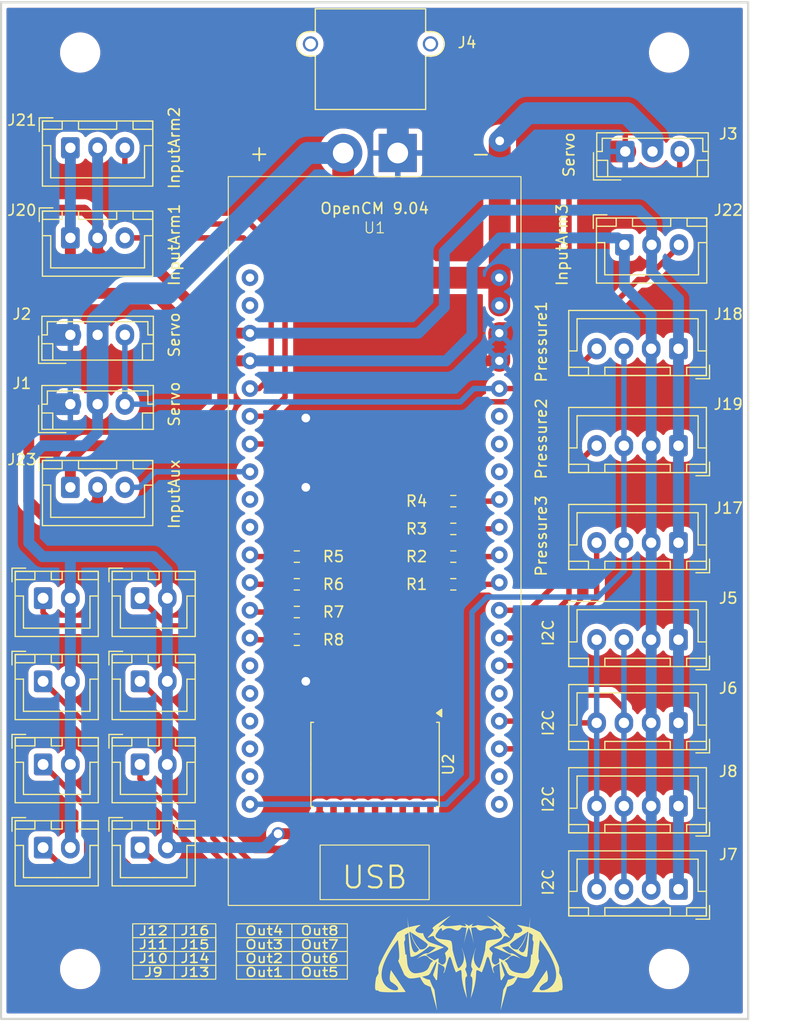
<source format=kicad_pcb>
(kicad_pcb
	(version 20240108)
	(generator "pcbnew")
	(generator_version "8.0")
	(general
		(thickness 1.6)
		(legacy_teardrops no)
	)
	(paper "A4")
	(layers
		(0 "F.Cu" signal)
		(31 "B.Cu" signal)
		(32 "B.Adhes" user "B.Adhesive")
		(33 "F.Adhes" user "F.Adhesive")
		(34 "B.Paste" user)
		(35 "F.Paste" user)
		(36 "B.SilkS" user "B.Silkscreen")
		(37 "F.SilkS" user "F.Silkscreen")
		(38 "B.Mask" user)
		(39 "F.Mask" user)
		(40 "Dwgs.User" user "User.Drawings")
		(41 "Cmts.User" user "User.Comments")
		(42 "Eco1.User" user "User.Eco1")
		(43 "Eco2.User" user "User.Eco2")
		(44 "Edge.Cuts" user)
		(45 "Margin" user)
		(46 "B.CrtYd" user "B.Courtyard")
		(47 "F.CrtYd" user "F.Courtyard")
		(48 "B.Fab" user)
		(49 "F.Fab" user)
		(50 "User.1" user)
		(51 "User.2" user)
		(52 "User.3" user)
		(53 "User.4" user)
		(54 "User.5" user)
		(55 "User.6" user)
		(56 "User.7" user)
		(57 "User.8" user)
		(58 "User.9" user)
	)
	(setup
		(pad_to_mask_clearance 0)
		(allow_soldermask_bridges_in_footprints no)
		(pcbplotparams
			(layerselection 0x00010fc_ffffffff)
			(plot_on_all_layers_selection 0x0000000_00000000)
			(disableapertmacros no)
			(usegerberextensions no)
			(usegerberattributes yes)
			(usegerberadvancedattributes yes)
			(creategerberjobfile yes)
			(dashed_line_dash_ratio 12.000000)
			(dashed_line_gap_ratio 3.000000)
			(svgprecision 4)
			(plotframeref no)
			(viasonmask no)
			(mode 1)
			(useauxorigin no)
			(hpglpennumber 1)
			(hpglpenspeed 20)
			(hpglpendiameter 15.000000)
			(pdf_front_fp_property_popups yes)
			(pdf_back_fp_property_popups yes)
			(dxfpolygonmode yes)
			(dxfimperialunits yes)
			(dxfusepcbnewfont yes)
			(psnegative no)
			(psa4output no)
			(plotreference yes)
			(plotvalue yes)
			(plotfptext yes)
			(plotinvisibletext no)
			(sketchpadsonfab no)
			(subtractmaskfromsilk no)
			(outputformat 1)
			(mirror no)
			(drillshape 1)
			(scaleselection 1)
			(outputdirectory "")
		)
	)
	(net 0 "")
	(net 1 "Net-(J1-Pin_3)")
	(net 2 "GND")
	(net 3 "+12V")
	(net 4 "+3V3")
	(net 5 "/SDA2")
	(net 6 "GNDD")
	(net 7 "/SCL2")
	(net 8 "Net-(J9-Pin_1)")
	(net 9 "Net-(J10-Pin_1)")
	(net 10 "Net-(J11-Pin_1)")
	(net 11 "Net-(J12-Pin_1)")
	(net 12 "Net-(J13-Pin_1)")
	(net 13 "Net-(J14-Pin_1)")
	(net 14 "Net-(J15-Pin_1)")
	(net 15 "Net-(J16-Pin_1)")
	(net 16 "/OUT3")
	(net 17 "/SCK")
	(net 18 "/OUT1")
	(net 19 "/OUT2")
	(net 20 "Net-(J20-Pin_3)")
	(net 21 "Net-(J21-Pin_3)")
	(net 22 "Net-(J22-Pin_3)")
	(net 23 "Net-(J23-Pin_3)")
	(net 24 "Net-(U2-I1)")
	(net 25 "PIN_OUT1")
	(net 26 "Net-(U2-I2)")
	(net 27 "PIN_OUT2")
	(net 28 "PIN_OUT3")
	(net 29 "Net-(U2-I3)")
	(net 30 "PIN_OUT4")
	(net 31 "Net-(U2-I4)")
	(net 32 "PIN_OUT5")
	(net 33 "Net-(U2-I5)")
	(net 34 "Net-(U2-I6)")
	(net 35 "PIN_OUT6")
	(net 36 "Net-(U2-I7)")
	(net 37 "PIN_OUT7")
	(net 38 "PIN_OUT8")
	(net 39 "Net-(U2-I8)")
	(net 40 "RXD1")
	(net 41 "unconnected-(U1-D-Pad26)")
	(net 42 "unconnected-(U1-L-Pad28)")
	(net 43 "unconnected-(U1-5V-Pad39)")
	(net 44 "unconnected-(U1-D13-Pad18)")
	(net 45 "+5V")
	(net 46 "unconnected-(U1-RST-Pad1)")
	(net 47 "unconnected-(U1-A5-Pad10)")
	(net 48 "unconnected-(U1-A4-Pad9)")
	(net 49 "unconnected-(U1-D10-Pad15)")
	(net 50 "unconnected-(U1-AREF-Pad40)")
	(net 51 "/LED")
	(net 52 "unconnected-(U1-D23-Pad36)")
	(net 53 "TXD1")
	(net 54 "unconnected-(U1-X-Pad27)")
	(footprint "MountingHole:MountingHole_3.2mm_M3" (layer "F.Cu") (at 162.85 74.45))
	(footprint "Connector_JST:JST_EH_B3B-EH-A_1x03_P2.50mm_Vertical" (layer "F.Cu") (at 107.95 106.68))
	(footprint "Resistor_SMD:R_0603_1608Metric" (layer "F.Cu") (at 128.715 128.27))
	(footprint "Connector_JST:JST_XH_B4B-XH-A_1x04_P2.50mm_Vertical" (layer "F.Cu") (at 163.71 128.27 180))
	(footprint "Connector_JST:JST_XH_B2B-XH-A_1x02_P2.50mm_Vertical" (layer "F.Cu") (at 105.45 132.08))
	(footprint "Connector_JST:JST_XH_B4B-XH-A_1x04_P2.50mm_Vertical" (layer "F.Cu") (at 163.71 119.38 180))
	(footprint "Connector_JST:JST_XH_B4B-XH-A_1x04_P2.50mm_Vertical" (layer "F.Cu") (at 163.71 101.6 180))
	(footprint "Resistor_SMD:R_0603_1608Metric" (layer "F.Cu") (at 143.065 115.57 180))
	(footprint "Connector_JST:JST_XH_B4B-XH-A_1x04_P2.50mm_Vertical" (layer "F.Cu") (at 163.71 110.49 180))
	(footprint "Connector_AMASS:AMASS_XT30PW-M_1x02_P2.50mm_Horizontal" (layer "F.Cu") (at 137.97 83.66))
	(footprint "Connector_JST:JST_XH_B2B-XH-A_1x02_P2.50mm_Vertical" (layer "F.Cu") (at 105.45 139.7))
	(footprint "Connector_JST:JST_XH_B4B-XH-A_1x04_P2.50mm_Vertical" (layer "F.Cu") (at 163.71 135.89 180))
	(footprint "MountingHole:MountingHole_3.2mm_M3" (layer "F.Cu") (at 108.85 74.45))
	(footprint "Connector_JST:JST_EH_B3B-EH-A_1x03_P2.50mm_Vertical" (layer "F.Cu") (at 158.83 83.52))
	(footprint "Connector_JST:JST_XH_B4B-XH-A_1x04_P2.50mm_Vertical" (layer "F.Cu") (at 163.71 151.13 180))
	(footprint "Connector_JST:JST_XH_B2B-XH-A_1x02_P2.50mm_Vertical" (layer "F.Cu") (at 114.34 139.7))
	(footprint "Connector_JST:JST_XH_B2B-XH-A_1x02_P2.50mm_Vertical" (layer "F.Cu") (at 105.45 147.32))
	(footprint "Connector_JST:JST_XH_B2B-XH-A_1x02_P2.50mm_Vertical" (layer "F.Cu") (at 114.34 147.32))
	(footprint "Connector_JST:JST_XH_B3B-XH-A_1x03_P2.50mm_Vertical" (layer "F.Cu") (at 107.95 83.185))
	(footprint "Connector_JST:JST_XH_B3B-XH-A_1x03_P2.50mm_Vertical" (layer "F.Cu") (at 158.75 92.075))
	(footprint "Resistor_SMD:R_0603_1608Metric" (layer "F.Cu") (at 143.065 123.19 180))
	(footprint "MountingHole:MountingHole_3.2mm_M3" (layer "F.Cu") (at 162.85 158.45))
	(footprint "Connector_JST:JST_XH_B2B-XH-A_1x02_P2.50mm_Vertical" (layer "F.Cu") (at 105.45 124.46))
	(footprint "Package_SO:SOIC-18W_7.5x11.6mm_P1.27mm" (layer "F.Cu") (at 135.89 139.7 -90))
	(footprint "Connector_JST:JST_XH_B2B-XH-A_1x02_P2.50mm_Vertical" (layer "F.Cu") (at 114.34 124.46))
	(footprint "Connector_JST:JST_XH_B3B-XH-A_1x03_P2.50mm_Vertical" (layer "F.Cu") (at 107.95 91.44))
	(footprint "Resistor_SMD:R_0603_1608Metric"
		(layer "F.Cu")
		(uuid "a82102e5-0cdc-41f9-8d0e-448e90281d99")
		(at 128.715 120.65)
		(descr "Resistor SMD 0603 (1608 Metric), square (rectangular) end terminal, IPC_7351 nominal, (Body size source: IPC-SM-782 page 72, https://www.pcb-3d.com/wordpress/wp-content/uploads/ipc-sm-782a_amendment_1_and_2.pdf), generated with kicad-footprint-generator")
		(tags "resistor")
		(property "Reference" "R5"
			(at 3.365 0 360)
			(layer "F.SilkS")
			(uuid "fea58b81-12e2-4fe6-92ae-9ef3031dcc33")
			(effects
				(font
					(size 1 1)
					(thickness 0.15)
				)
			)
		)
		(property "Value" "10k"
			(at 0 1.43 360)
			(layer "F.Fab")
			(uuid "964dd752-a262-4615-9f5f-1560bb04bd55")
			(effects
				(font
					(size 1 1)
					(thickness 0.15)
				)
			)
		)
		(property "Footprint" "Resistor_SMD:R_0603_1608Metric"
			(at 0 0 0)
			(unlocked yes)
			(layer "F.Fab")
			(hide yes)
			(uuid "85ab75fc-e156-46b2-a067-c9d80276d419")
			(effects
				(font
					(size 1.27 1.27)
					(thickness 0.15)
				)
			)
		)
		(property "Datasheet" ""
			(at 0 0 0)
			(unlocked yes)
			(layer "F.Fab")
			(hide yes)
			(uuid "307fdafc-3bae-4f76-99da-205727098157")
			(effects
				(font
					(size 1.27 1.27)
					(thickness 0.15)
				)
			)
		)
		(property "Description" "Resistor"
			(at 0 0 0)
			(unlocked yes)
			(layer "F.Fab")
			(hide yes)
			(uuid "29cf812e-3460-4b9c-9d7c-556d452ed455")
			(effects
				(font
					(size 1.27 1.27)
					(thickness 0.15)
				)
			)
		)
		(property ki_fp_filters "R_*")
		(path "/1112290f-912e-4353-9910-e47034491293")
		(sheetname "Root")
		(sheetfile "opencmSensorboard.kicad_sch")
		(attr smd)
		(fp_line
			(start -0.237258 -0.5225)
			(end 0.237258 -0.5225)
			(stroke
				(width 0.12)
				(type solid)
			)
			(layer "F.SilkS")
			(uuid "1b5d5b09-28b1-4a04-b0dc-2b76d35dbb6c")
		)
		(fp_line
			(start -0.237258 0.5225)
			(end 0.237258 0.5225)
			(stroke
				(width 0.12)
				(type solid)
			)
			(layer "F.SilkS")
			(uuid "b4b75bb3-3191-41a9-adf1-67d161ee4ee5")
		)
		(fp_line
			(start -1.48 -0.73)
			(end 1.48 -0.73)
			(stroke
				(width 0.05)
				(type solid)
			)
			(layer "F.CrtYd")
			(uuid "72c618ed-a14b-4333-82e1-b8c26cfd2a8e")
		)
		(fp_line
			(start -1.48 0.73)
			(end -1.48 -0.73)
			(stroke
				(width 0.05)
				(type solid)
			)
			(layer "F.CrtYd")
			(uuid "d7b04133-d88c-4cc7-9eb3-f2b6f18e1a1f")
		)
		(fp_line
			(start 1.48 -0.73)
			(end 1.48 0.73)
			(stroke
				(width 0.05)
				(type solid)
			)
			(layer "F.CrtYd")
			(uuid "fe09c07a-9447-4ea1-a974-42fd809dc046")
		)
		(fp_line
			(start 1.48 0.73)
			(end -1.48 0.73)
			(stroke
				(width 0.05)
				(type solid)
			)
			(layer "F.CrtYd")
			(uuid "16dc18da-199c-4f08-8c01-5109299ab6a2")
		)
		(fp_line
			(start -0.8 -0.4125)
			(end 0.8 -0.4125)
			(stroke
				(width 0.1)
				(type solid)
			)
			(layer "F.Fab")
			(uuid "06a38d76-1f70-48e7-b184-bda6a580487a")
		)
		(fp
... [4046626 chars truncated]
</source>
